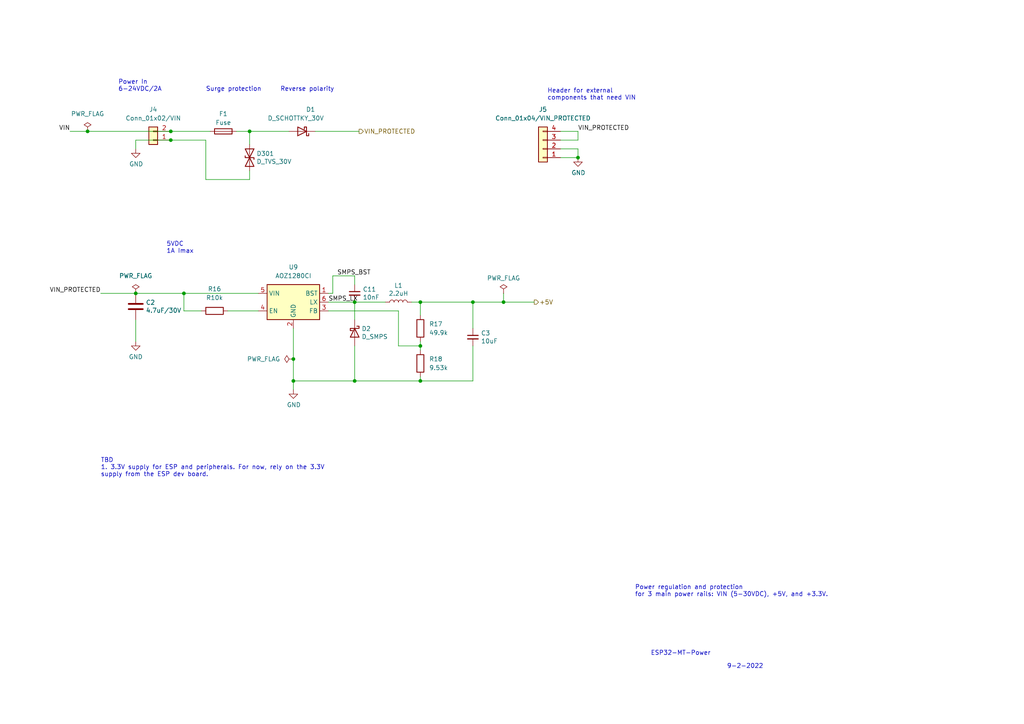
<source format=kicad_sch>
(kicad_sch (version 20230121) (generator eeschema)
  (paper "A4")
  (lib_symbols
    (symbol "Connector_Generic:Conn_01x02" (pin_names (offset 1.016) hide)
      (property "Reference" "J" (at 0 2.54 0))
      (property "Value" "Conn_01x02" (at 0 -5.08 0))
      (symbol "Conn_01x02_1_1"
        (rectangle (start -1.27 -2.413) (end 0 -2.667) (stroke (width 0.1524)))
        (rectangle (start -1.27 0.127) (end 0 -0.127) (stroke (width 0.1524)))
        (rectangle (start -1.27 1.27) (end 1.27 -3.81) (stroke (width 0.254)) (fill (type background)))
        (pin passive line (at -5.08 0 0) (length 3.81) (name "Pin_1") (number "1"))
        (pin passive line (at -5.08 -2.54 0) (length 3.81) (name "Pin_2") (number "2"))
      )
    )
    (symbol "Connector_Generic:Conn_01x04" (pin_names (offset 1.016) hide)
      (property "Reference" "J" (at 0 5.08 0))
      (property "Value" "Conn_01x04" (at 0 -7.62 0))
      (symbol "Conn_01x04_1_1"
        (rectangle (start -1.27 -4.953) (end 0 -5.207) (stroke (width 0.1524)))
        (rectangle (start -1.27 -2.413) (end 0 -2.667) (stroke (width 0.1524)))
        (rectangle (start -1.27 0.127) (end 0 -0.127) (stroke (width 0.1524)))
        (rectangle (start -1.27 2.667) (end 0 2.413) (stroke (width 0.1524)))
        (rectangle (start -1.27 3.81) (end 1.27 -6.35) (stroke (width 0.254)) (fill (type background)))
        (pin passive line (at -5.08 2.54 0) (length 3.81) (name "Pin_1") (number "1"))
        (pin passive line (at -5.08 0 0) (length 3.81) (name "Pin_2") (number "2"))
        (pin passive line (at -5.08 -2.54 0) (length 3.81) (name "Pin_3") (number "3"))
        (pin passive line (at -5.08 -5.08 0) (length 3.81) (name "Pin_4") (number "4"))
      )
    )
    (symbol "Device:C" (pin_numbers hide) (pin_names (offset 0.254))
      (property "Reference" "C" (at 0.635 2.54 0))
      (property "Value" "C" (at 0.635 -2.54 0))
      (symbol "C_0_1"
        (polyline (pts (xy -2.032 -0.762) (xy 2.032 -0.762)) (stroke (width 0.508)))
        (polyline (pts (xy -2.032 0.762) (xy 2.032 0.762)) (stroke (width 0.508)))
      )
      (symbol "C_1_1"
        (pin passive line (at 0 3.81 270) (length 2.794) (name "~") (number "1"))
        (pin passive line (at 0 -3.81 90) (length 2.794) (name "~") (number "2"))
      )
    )
    (symbol "Device:C_Small" (pin_numbers hide) (pin_names (offset 0.254) hide)
      (property "Reference" "C" (at 0.254 1.778 0))
      (property "Value" "C_Small" (at 0.254 -2.032 0))
      (symbol "C_Small_0_1"
        (polyline (pts (xy -1.524 -0.508) (xy 1.524 -0.508)) (stroke (width 0.3302)))
        (polyline (pts (xy -1.524 0.508) (xy 1.524 0.508)) (stroke (width 0.3048)))
      )
      (symbol "C_Small_1_1"
        (pin passive line (at 0 2.54 270) (length 2.032) (name "~") (number "1"))
        (pin passive line (at 0 -2.54 90) (length 2.032) (name "~") (number "2"))
      )
    )
    (symbol "Device:D_Schottky" (pin_numbers hide) (pin_names (offset 1.016) hide)
      (property "Reference" "D" (at 0 2.54 0))
      (property "Value" "D_Schottky" (at 0 -2.54 0))
      (symbol "D_Schottky_0_1"
        (polyline (pts (xy 1.27 0) (xy -1.27 0)))
        (polyline (pts (xy 1.27 1.27) (xy 1.27 -1.27) (xy -1.27 0) (xy 1.27 1.27)) (stroke (width 0.254)))
        (polyline (pts (xy -1.905 0.635) (xy -1.905 1.27) (xy -1.27 1.27) (xy -1.27 -1.27) (xy -0.635 -1.27) (xy -0.635 -0.635)) (stroke (width 0.254)))
      )
      (symbol "D_Schottky_1_1"
        (pin passive line (at -3.81 0 0) (length 2.54) (name "K") (number "1"))
        (pin passive line (at 3.81 0 180) (length 2.54) (name "A") (number "2"))
      )
    )
    (symbol "Device:D_TVS" (pin_numbers hide) (pin_names (offset 1.016) hide)
      (property "Reference" "D" (at 0 2.54 0))
      (property "Value" "D_TVS" (at 0 -2.54 0))
      (symbol "D_TVS_0_1"
        (polyline (pts (xy 1.27 0) (xy -1.27 0)))
        (polyline (pts (xy 0.508 1.27) (xy 0 1.27) (xy 0 -1.27) (xy -0.508 -1.27)) (stroke (width 0.254)))
        (polyline (pts (xy -2.54 1.27) (xy -2.54 -1.27) (xy 2.54 1.27) (xy 2.54 -1.27) (xy -2.54 1.27)) (stroke (width 0.254)))
      )
      (symbol "D_TVS_1_1"
        (pin passive line (at -3.81 0 0) (length 2.54) (name "A1") (number "1"))
        (pin passive line (at 3.81 0 180) (length 2.54) (name "A2") (number "2"))
      )
    )
    (symbol "Device:Fuse" (pin_numbers hide) (pin_names (offset 0))
      (property "Reference" "F" (at 2.032 0 90))
      (property "Value" "Fuse" (at -1.905 0 90))
      (symbol "Fuse_0_1"
        (rectangle (start -0.762 -2.54) (end 0.762 2.54) (stroke (width 0.254)))
        (polyline (pts (xy 0 2.54) (xy 0 -2.54)))
      )
      (symbol "Fuse_1_1"
        (pin passive line (at 0 3.81 270) (length 1.27) (name "~") (number "1"))
        (pin passive line (at 0 -3.81 90) (length 1.27) (name "~") (number "2"))
      )
    )
    (symbol "Device:L" (pin_numbers hide) (pin_names (offset 1.016) hide)
      (property "Reference" "L" (at -1.27 0 90))
      (property "Value" "L" (at 1.905 0 90))
      (symbol "L_0_1"
        (arc (start 0 -2.54) (mid 0.6323 -1.905) (end 0 -1.27))
        (arc (start 0 -1.27) (mid 0.6323 -0.635) (end 0 0))
        (arc (start 0 0) (mid 0.6323 0.635) (end 0 1.27))
        (arc (start 0 1.27) (mid 0.6323 1.905) (end 0 2.54))
      )
      (symbol "L_1_1"
        (pin passive line (at 0 3.81 270) (length 1.27) (name "1") (number "1"))
        (pin passive line (at 0 -3.81 90) (length 1.27) (name "2") (number "2"))
      )
    )
    (symbol "Device:R" (pin_numbers hide) (pin_names (offset 0))
      (property "Reference" "R" (at 2.032 0 90))
      (property "Value" "R" (at 0 0 90))
      (symbol "R_0_1"
        (rectangle (start -1.016 -2.54) (end 1.016 2.54) (stroke (width 0.254)))
      )
      (symbol "R_1_1"
        (pin passive line (at 0 3.81 270) (length 1.27) (name "~") (number "1"))
        (pin passive line (at 0 -3.81 90) (length 1.27) (name "~") (number "2"))
      )
    )
    (symbol "Regulator_Switching:AOZ1280CI"
      (property "Reference" "U" (at -6.35 -6.35 0))
      (property "Value" "AOZ1280CI" (at -2.54 6.35 0))
      (symbol "AOZ1280CI_0_1"
        (rectangle (start -7.62 5.08) (end 7.62 -5.08) (stroke (width 0.254)) (fill (type background)))
      )
      (symbol "AOZ1280CI_1_1"
        (pin input line (at 10.16 2.54 180) (length 2.54) (name "BST") (number "1"))
        (pin power_in line (at 0 -7.62 90) (length 2.54) (name "GND") (number "2"))
        (pin input line (at 10.16 -2.54 180) (length 2.54) (name "FB") (number "3"))
        (pin input line (at -10.16 -2.54 0) (length 2.54) (name "EN") (number "4"))
        (pin power_in line (at -10.16 2.54 0) (length 2.54) (name "VIN") (number "5"))
        (pin power_out line (at 10.16 0 180) (length 2.54) (name "LX") (number "6"))
      )
    )
    (symbol "power:GND" (power) (pin_names (offset 0))
      (property "Value" "GND" (at 0 -3.81 0))
      (symbol "GND_0_1"
        (polyline (pts (xy 0 0) (xy 0 -1.27) (xy 1.27 -1.27) (xy 0 -2.54) (xy -1.27 -1.27) (xy 0 -1.27)))
      )
      (symbol "GND_1_1"
        (pin power_in line (at 0 0 270) (length 0) hide (name "GND") (number "1"))
      )
    )
    (symbol "power:PWR_FLAG" (power) (pin_numbers hide) (pin_names (offset 0) hide)
      (property "Value" "PWR_FLAG" (at 0 3.81 0))
      (symbol "PWR_FLAG_0_0"
        (pin power_out line (at 0 0 90) (length 0) (name "pwr") (number "1"))
      )
      (symbol "PWR_FLAG_0_1"
        (polyline (pts (xy 0 0) (xy 0 1.27) (xy -1.016 1.905) (xy 0 2.54) (xy 1.016 1.905) (xy 0 1.27)))
      )
    )
  )
  (junction (at 49.53 40.64))
  (junction (at 85.09 110.49))
  (junction (at 85.09 104.14))
  (junction (at 102.87 87.63))
  (junction (at 72.39 38.1))
  (junction (at 25.4 38.1))
  (junction (at 146.05 87.63))
  (junction (at 53.34 85.09))
  (junction (at 49.53 38.1))
  (junction (at 39.37 85.09))
  (junction (at 137.16 87.63))
  (junction (at 121.92 100.33))
  (junction (at 167.64 45.72))
  (junction (at 121.92 110.49))
  (junction (at 102.87 110.49))
  (junction (at 121.92 87.63))
  (wire (pts (xy 102.87 92.71) (xy 102.87 87.63)))
  (wire (pts (xy 115.57 100.33) (xy 121.92 100.33)))
  (wire (pts (xy 119.38 87.63) (xy 121.92 87.63)))
  (wire (pts (xy 59.69 52.07) (xy 72.39 52.07)))
  (wire (pts (xy 137.16 110.49) (xy 121.92 110.49)))
  (wire (pts (xy 121.92 87.63) (xy 137.16 87.63)))
  (wire (pts (xy 167.64 43.18) (xy 167.64 45.72)))
  (wire (pts (xy 85.09 104.14) (xy 85.09 110.49)))
  (wire (pts (xy 59.69 40.64) (xy 59.69 52.07)))
  (wire (pts (xy 72.39 38.1) (xy 83.82 38.1)))
  (wire (pts (xy 96.52 80.01) (xy 96.52 85.09)))
  (wire (pts (xy 102.87 80.01) (xy 96.52 80.01)))
  (wire (pts (xy 102.87 82.55) (xy 102.87 80.01)))
  (wire (pts (xy 146.05 87.63) (xy 154.94 87.63)))
  (wire (pts (xy 121.92 100.33) (xy 121.92 99.06)))
  (wire (pts (xy 162.56 40.64) (xy 167.64 40.64)))
  (wire (pts (xy 167.64 40.64) (xy 167.64 38.1)))
  (wire (pts (xy 49.53 40.64) (xy 59.69 40.64)))
  (wire (pts (xy 137.16 87.63) (xy 146.05 87.63)))
  (wire (pts (xy 121.92 101.6) (xy 121.92 100.33)))
  (wire (pts (xy 162.56 43.18) (xy 167.64 43.18)))
  (wire (pts (xy 39.37 40.64) (xy 39.37 43.18)))
  (wire (pts (xy 85.09 110.49) (xy 102.87 110.49)))
  (wire (pts (xy 146.05 85.09) (xy 146.05 87.63)))
  (wire (pts (xy 72.39 41.91) (xy 72.39 38.1)))
  (wire (pts (xy 96.52 85.09) (xy 95.25 85.09)))
  (wire (pts (xy 167.64 38.1) (xy 162.56 38.1)))
  (wire (pts (xy 91.44 38.1) (xy 104.14 38.1)))
  (wire (pts (xy 53.34 90.17) (xy 53.34 85.09)))
  (wire (pts (xy 95.25 87.63) (xy 102.87 87.63)))
  (wire (pts (xy 39.37 40.64) (xy 49.53 40.64)))
  (wire (pts (xy 68.58 38.1) (xy 72.39 38.1)))
  (wire (pts (xy 49.53 38.1) (xy 60.96 38.1)))
  (wire (pts (xy 115.57 90.17) (xy 115.57 100.33)))
  (wire (pts (xy 137.16 87.63) (xy 137.16 95.25)))
  (wire (pts (xy 85.09 95.25) (xy 85.09 104.14)))
  (wire (pts (xy 121.92 91.44) (xy 121.92 87.63)))
  (wire (pts (xy 39.37 92.71) (xy 39.37 99.06)))
  (wire (pts (xy 102.87 100.33) (xy 102.87 110.49)))
  (wire (pts (xy 66.04 90.17) (xy 74.93 90.17)))
  (wire (pts (xy 25.4 38.1) (xy 49.53 38.1)))
  (wire (pts (xy 29.21 85.09) (xy 39.37 85.09)))
  (wire (pts (xy 85.09 113.03) (xy 85.09 110.49)))
  (wire (pts (xy 20.32 38.1) (xy 25.4 38.1)))
  (wire (pts (xy 53.34 85.09) (xy 74.93 85.09)))
  (wire (pts (xy 102.87 87.63) (xy 111.76 87.63)))
  (wire (pts (xy 167.64 45.72) (xy 162.56 45.72)))
  (wire (pts (xy 102.87 110.49) (xy 121.92 110.49)))
  (wire (pts (xy 121.92 110.49) (xy 121.92 109.22)))
  (wire (pts (xy 137.16 100.33) (xy 137.16 110.49)))
  (wire (pts (xy 95.25 90.17) (xy 115.57 90.17)))
  (wire (pts (xy 39.37 85.09) (xy 53.34 85.09)))
  (wire (pts (xy 72.39 49.53) (xy 72.39 52.07)))
  (wire (pts (xy 58.42 90.17) (xy 53.34 90.17)))
  (text "Power In\n6-24VDC/2A" (at 34.29 26.67 0) (effects (font (size 1.27 1.27)) (justify left bottom)))
  (text "Power regulation and protection \nfor 3 main power rails: VIN (5-30VDC), +5V, and +3.3V." (at 184.15 173.228 0) (effects (font (size 1.27 1.27)) (justify left bottom)))
  (text "9-2-2022" (at 210.82 194.056 0) (effects (font (size 1.27 1.27)) (justify left bottom)))
  (text "Reverse polarity" (at 81.28 26.67 0) (effects (font (size 1.27 1.27)) (justify left bottom)))
  (text "ESP32-MT-Power" (at 188.722 190.246 0) (effects (font (size 1.27 1.27)) (justify left bottom)))
  (text "TBD\n1. 3.3V supply for ESP and peripherals. For now, rely on the 3.3V\nsupply from the ESP dev board." (at 29.21 138.43 0) (effects (font (size 1.27 1.27)) (justify left bottom)))
  (text "Header for external \ncomponents that need VIN" (at 158.75 29.21 0) (effects (font (size 1.27 1.27)) (justify left bottom)))
  (text "5VDC\n1A Imax" (at 48.26 73.66 0) (effects (font (size 1.27 1.27)) (justify left bottom)))
  (text "Surge protection" (at 59.69 26.67 0) (effects (font (size 1.27 1.27)) (justify left bottom)))
  (label "VIN_PROTECTED" (at 167.64 38.1 0))
  (label "VIN_PROTECTED" (at 29.21 85.09 180))
  (label "VIN" (at 20.32 38.1 180))
  (label "SMPS_LX" (at 95.25 87.63 0))
  (label "SMPS_BST" (at 97.79 80.01 0))
  (hierarchical_label "+5V" (shape output) (at 154.94 87.63 0))
  (hierarchical_label "VIN_PROTECTED" (shape output) (at 104.14 38.1 0))
  (symbol (lib_id "power:GND") (at 39.37 43.18 0) (unit 1)
    (property "Reference" "#PWR0304" (effects hide))
    (property "Value" "GND" (at 39.497 47.5742 0))
  )
  (symbol (lib_id "Device:D_TVS") (at 72.39 45.72 270) (unit 1)
    (property "Reference" "D301" (at 74.3966 44.5516 90) (effects (justify left)))
    (property "Value" "D_TVS_30V" (at 74.3966 46.863 90) (effects (justify left)))
    (property "Footprint" "Diode_SMD:D_SMB" (effects hide))
    (property "LCSC" "C114000" (effects hide))
    (property "PartNum" "SMBJ33CA" (effects hide))
  )
  (symbol (lib_id "Device:C_Small") (at 102.87 85.09 0) (unit 1)
    (property "Reference" "C11" (at 105.2068 83.9216 0) (effects (justify left)))
    (property "Value" "10nF" (at 105.2068 86.233 0) (effects (justify left)))
    (property "Footprint" "Capacitor_SMD:C_0603_1608Metric" (effects hide))
    (property "LCSC" "C1532" (effects hide))
  )
  (symbol (lib_id "Device:C") (at 39.37 88.9 0) (unit 1)
    (property "Reference" "C2" (at 42.291 87.7316 0) (effects (justify left)))
    (property "Value" "4.7uF/30V" (at 42.291 90.043 0) (effects (justify left)))
    (property "Footprint" "Capacitor_SMD:C_0805_2012Metric" (effects hide))
    (property "LCSC" "C15195" (effects hide))
    (property "Notes" "Vripple ~ 3.5mV ;  Iripple rms ~ 500 mA when Vout = 0.5 * Vin." (effects hide))
  )
  (symbol (lib_id "Device:L") (at 115.57 87.63 90) (unit 1)
    (property "Reference" "L1" (at 115.57 82.804 90))
    (property "Value" "2.2uH" (at 115.57 85.1154 90))
    (property "Footprint" "Inductor_SMD:L_1008_2520Metric" (effects hide))
    (property "LCSC" "C149588" (effects hide))
  )
  (symbol (lib_id "power:PWR_FLAG") (at 85.09 104.14 90) (unit 1)
    (property "Reference" "#FLG05" (effects hide))
    (property "Value" "PWR_FLAG" (at 81.28 104.14 90) (effects (justify left)))
  )
  (symbol (lib_id "Device:D_Schottky") (at 102.87 96.52 270) (unit 1)
    (property "Reference" "D2" (at 104.8766 95.3516 90) (effects (justify left)))
    (property "Value" "D_SMPS" (at 104.8766 97.663 90) (effects (justify left)))
    (property "Footprint" "Diode_SMD:D_0805_2012Metric" (effects hide))
    (property "LCSC" "C489144" (effects hide))
  )
  (symbol (lib_id "Device:R") (at 121.92 105.41 0) (unit 1)
    (property "Reference" "R18" (at 124.46 104.14 0) (effects (justify left)))
    (property "Value" "9.53k" (at 124.46 106.68 0) (effects (justify left)))
    (property "Footprint" "Resistor_SMD:R_0603_1608Metric" (effects hide))
  )
  (symbol (lib_id "power:PWR_FLAG") (at 39.37 85.09 0) (unit 1)
    (property "Reference" "#FLG03" (effects hide))
    (property "Value" "PWR_FLAG" (at 39.37 80.01 0))
  )
  (symbol (lib_id "Device:C_Small") (at 137.16 97.79 0) (unit 1)
    (property "Reference" "C3" (at 139.4968 96.6216 0) (effects (justify left)))
    (property "Value" "10uF" (at 139.4968 98.933 0) (effects (justify left)))
    (property "Footprint" "Capacitor_SMD:C_0603_1608Metric" (effects hide))
    (property "LCSC" "C1532" (effects hide))
  )
  (symbol (lib_id "power:GND") (at 167.64 45.72 0) (unit 1)
    (property "Reference" "#PWR020" (effects hide))
    (property "Value" "GND" (at 167.767 50.1142 0))
  )
  (symbol (lib_id "Device:R") (at 62.23 90.17 270) (unit 1)
    (property "Reference" "R16" (at 62.23 83.82 90))
    (property "Value" "R10k" (at 62.23 86.36 90))
    (property "Footprint" "Resistor_SMD:R_0603_1608Metric" (effects hide))
  )
  (symbol (lib_id "Connector_Generic:Conn_01x02") (at 44.45 40.64 180) (unit 1)
    (property "Reference" "J4" (at 44.45 31.75 0))
    (property "Value" "Conn_01x02/VIN" (at 44.45 34.29 0))
    (property "Footprint" "TerminalBlock:TerminalBlock_Altech_AK300-2_P5.00mm" (effects hide))
  )
  (symbol (lib_id "power:PWR_FLAG") (at 25.4 38.1 0) (unit 1)
    (property "Reference" "#FLG01" (effects hide))
    (property "Value" "PWR_FLAG" (at 25.4 33.02 0))
  )
  (symbol (lib_id "Connector_Generic:Conn_01x04") (at 157.48 43.18 180) (unit 1)
    (property "Reference" "J5" (at 157.48 31.75 0))
    (property "Value" "Conn_01x04/VIN_PROTECTED" (at 157.48 34.29 0))
    (property "Footprint" "Connector_PinHeader_1.00mm:PinHeader_1x04_P1.00mm_Vertical" (effects hide))
  )
  (symbol (lib_id "Device:D_Schottky") (at 87.63 38.1 180) (unit 1)
    (property "Reference" "D1" (at 91.44 31.75 0) (effects (justify left)))
    (property "Value" "D_SCHOTTKY_30V" (at 93.98 34.29 0) (effects (justify left)))
    (property "Footprint" "Diode_SMD:D_SOD-123" (effects hide))
    (property "Notes" "B5819W" (effects hide))
    (property "LCSC" "C8598" (effects hide))
  )
  (symbol (lib_id "Regulator_Switching:AOZ1280CI") (at 85.09 87.63 0) (unit 1)
    (property "Reference" "U9" (at 85.09 77.47 0))
    (property "Value" "AOZ1280CI" (at 85.09 80.01 0))
    (property "Footprint" "Package_TO_SOT_SMD:SOT-23-6" (effects hide))
    (property "Datasheet" "http://aosmd.com/res/data_sheets/AOZ1280CI.pdf" (effects hide))
  )
  (symbol (lib_id "Device:R") (at 121.92 95.25 0) (unit 1)
    (property "Reference" "R17" (at 124.46 93.98 0) (effects (justify left)))
    (property "Value" "49.9k" (at 124.46 96.52 0) (effects (justify left)))
    (property "Footprint" "Resistor_SMD:R_0603_1608Metric" (effects hide))
  )
  (symbol (lib_id "power:GND") (at 85.09 113.03 0) (unit 1)
    (property "Reference" "#PWR07" (effects hide))
    (property "Value" "GND" (at 85.217 117.4242 0))
  )
  (symbol (lib_id "power:GND") (at 39.37 99.06 0) (unit 1)
    (property "Reference" "#PWR05" (effects hide))
    (property "Value" "GND" (at 39.37 103.505 0))
  )
  (symbol (lib_id "power:PWR_FLAG") (at 146.05 85.09 0) (unit 1)
    (property "Reference" "#FLG02" (effects hide))
    (property "Value" "PWR_FLAG" (at 146.05 80.6704 0))
  )
  (symbol (lib_id "Device:Fuse") (at 64.77 38.1 90) (unit 1)
    (property "Reference" "F1" (at 64.77 33.02 90))
    (property "Value" "Fuse" (at 64.77 35.56 90))
    (property "Footprint" "Fuse:Fuse_Bourns_MF-RG300" (effects hide))
  )
)
</source>
